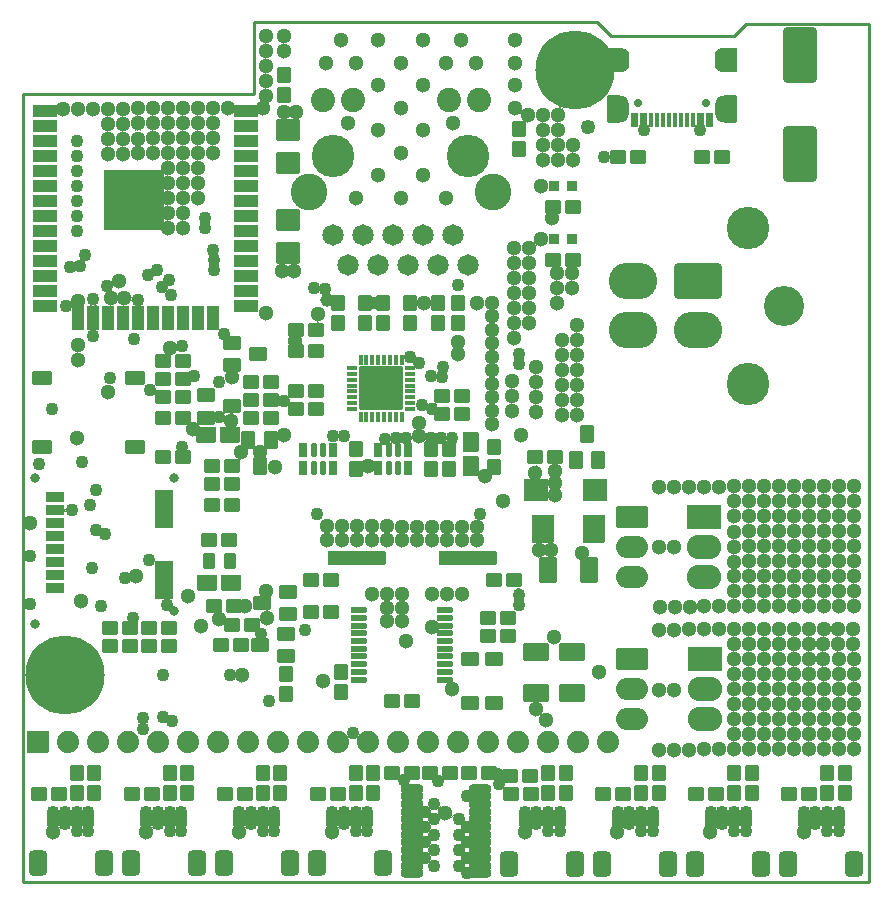
<source format=gbr>
%TF.GenerationSoftware,KiCad,Pcbnew,(6.0.8)*%
%TF.CreationDate,2023-03-02T15:21:56+03:00*%
%TF.ProjectId,ESP32-DEVKIT-L,45535033-322d-4444-9556-4b49542d4c2e,1*%
%TF.SameCoordinates,PX4260300PY8558f68*%
%TF.FileFunction,Soldermask,Top*%
%TF.FilePolarity,Negative*%
%FSLAX46Y46*%
G04 Gerber Fmt 4.6, Leading zero omitted, Abs format (unit mm)*
G04 Created by KiCad (PCBNEW (6.0.8)) date 2023-03-02 15:21:56*
%MOMM*%
%LPD*%
G01*
G04 APERTURE LIST*
G04 Aperture macros list*
%AMRoundRect*
0 Rectangle with rounded corners*
0 $1 Rounding radius*
0 $2 $3 $4 $5 $6 $7 $8 $9 X,Y pos of 4 corners*
0 Add a 4 corners polygon primitive as box body*
4,1,4,$2,$3,$4,$5,$6,$7,$8,$9,$2,$3,0*
0 Add four circle primitives for the rounded corners*
1,1,$1+$1,$2,$3*
1,1,$1+$1,$4,$5*
1,1,$1+$1,$6,$7*
1,1,$1+$1,$8,$9*
0 Add four rect primitives between the rounded corners*
20,1,$1+$1,$2,$3,$4,$5,0*
20,1,$1+$1,$4,$5,$6,$7,0*
20,1,$1+$1,$6,$7,$8,$9,0*
20,1,$1+$1,$8,$9,$2,$3,0*%
G04 Aperture macros list end*
%TA.AperFunction,Profile*%
%ADD10C,0.254000*%
%TD*%
%ADD11C,1.600000*%
%ADD12C,6.700000*%
%ADD13RoundRect,0.101600X0.499110X-0.549910X0.499110X0.549910X-0.499110X0.549910X-0.499110X-0.549910X0*%
%ADD14RoundRect,0.101600X-0.398780X-0.599440X0.398780X-0.599440X0.398780X0.599440X-0.398780X0.599440X0*%
%ADD15RoundRect,0.101600X-0.499110X0.549910X-0.499110X-0.549910X0.499110X-0.549910X0.499110X0.549910X0*%
%ADD16RoundRect,0.101600X0.549910X0.499110X-0.549910X0.499110X-0.549910X-0.499110X0.549910X-0.499110X0*%
%ADD17RoundRect,0.050800X0.635000X-0.762000X0.635000X0.762000X-0.635000X0.762000X-0.635000X-0.762000X0*%
%ADD18RoundRect,0.050800X0.762000X0.635000X-0.762000X0.635000X-0.762000X-0.635000X0.762000X-0.635000X0*%
%ADD19RoundRect,0.050800X-0.400000X-0.400000X0.400000X-0.400000X0.400000X0.400000X-0.400000X0.400000X0*%
%ADD20RoundRect,0.101600X-0.549910X-0.499110X0.549910X-0.499110X0.549910X0.499110X-0.549910X0.499110X0*%
%ADD21RoundRect,0.050800X-0.317500X-0.508000X0.317500X-0.508000X0.317500X0.508000X-0.317500X0.508000X0*%
%ADD22RoundRect,0.050800X-0.190500X-0.508000X0.190500X-0.508000X0.190500X0.508000X-0.190500X0.508000X0*%
%ADD23RoundRect,0.050800X0.317500X0.508000X-0.317500X0.508000X-0.317500X-0.508000X0.317500X-0.508000X0*%
%ADD24RoundRect,0.050800X0.190500X0.508000X-0.190500X0.508000X-0.190500X-0.508000X0.190500X-0.508000X0*%
%ADD25RoundRect,0.050800X-1.000000X-0.450000X1.000000X-0.450000X1.000000X0.450000X-1.000000X0.450000X0*%
%ADD26RoundRect,0.050800X-0.450000X-1.000000X0.450000X-1.000000X0.450000X1.000000X-0.450000X1.000000X0*%
%ADD27RoundRect,0.050800X-2.500000X-2.500000X2.500000X-2.500000X2.500000X2.500000X-2.500000X2.500000X0*%
%ADD28C,2.101600*%
%ADD29RoundRect,0.200000X-0.200000X0.200000X-0.200000X-0.200000X0.200000X-0.200000X0.200000X0.200000X0*%
%ADD30RoundRect,0.200000X-0.711200X0.711200X-0.711200X-0.711200X0.711200X-0.711200X0.711200X0.711200X0*%
%ADD31RoundRect,0.050800X-1.800000X1.800000X-1.800000X-1.800000X1.800000X-1.800000X1.800000X1.800000X0*%
%ADD32RoundRect,0.050800X-0.125000X0.400000X-0.125000X-0.400000X0.125000X-0.400000X0.125000X0.400000X0*%
%ADD33RoundRect,0.050800X0.400000X0.125000X-0.400000X0.125000X-0.400000X-0.125000X0.400000X-0.125000X0*%
%ADD34RoundRect,0.050800X0.125000X-0.400000X0.125000X0.400000X-0.125000X0.400000X-0.125000X-0.400000X0*%
%ADD35RoundRect,0.050800X-0.400000X-0.125000X0.400000X-0.125000X0.400000X0.125000X-0.400000X0.125000X0*%
%ADD36RoundRect,0.050800X-0.750000X0.400000X-0.750000X-0.400000X0.750000X-0.400000X0.750000X0.400000X0*%
%ADD37C,0.800000*%
%ADD38RoundRect,0.050800X-0.750000X1.550000X-0.750000X-1.550000X0.750000X-1.550000X0.750000X1.550000X0*%
%ADD39RoundRect,0.050800X-0.762000X0.508000X-0.762000X-0.508000X0.762000X-0.508000X0.762000X0.508000X0*%
%ADD40C,3.600000*%
%ADD41C,1.810000*%
%ADD42C,2.050000*%
%ADD43C,3.100000*%
%ADD44RoundRect,0.101600X-0.899160X0.798830X-0.899160X-0.798830X0.899160X-0.798830X0.899160X0.798830X0*%
%ADD45RoundRect,0.101600X0.899160X-0.798830X0.899160X0.798830X-0.899160X0.798830X-0.899160X-0.798830X0*%
%ADD46RoundRect,0.050800X1.000000X0.850000X-1.000000X0.850000X-1.000000X-0.850000X1.000000X-0.850000X0*%
%ADD47RoundRect,0.050800X-0.500000X0.700000X-0.500000X-0.700000X0.500000X-0.700000X0.500000X0.700000X0*%
%ADD48RoundRect,0.050800X-2.413000X-0.550000X2.413000X-0.550000X2.413000X0.550000X-2.413000X0.550000X0*%
%ADD49RoundRect,0.050800X-0.700000X-0.500000X0.700000X-0.500000X0.700000X0.500000X-0.700000X0.500000X0*%
%ADD50RoundRect,0.050800X0.635000X-0.162500X0.635000X0.162500X-0.635000X0.162500X-0.635000X-0.162500X0*%
%ADD51RoundRect,0.050800X-0.889000X-0.889000X0.889000X-0.889000X0.889000X0.889000X-0.889000X0.889000X0*%
%ADD52C,1.879600*%
%ADD53RoundRect,0.050800X0.889000X1.143000X-0.889000X1.143000X-0.889000X-1.143000X0.889000X-1.143000X0*%
%ADD54RoundRect,0.050800X0.500000X-0.700000X0.500000X0.700000X-0.500000X0.700000X-0.500000X-0.700000X0*%
%ADD55RoundRect,0.050800X-0.762000X-0.635000X0.762000X-0.635000X0.762000X0.635000X-0.762000X0.635000X0*%
%ADD56RoundRect,0.050800X0.700000X0.500000X-0.700000X0.500000X-0.700000X-0.500000X0.700000X-0.500000X0*%
%ADD57RoundRect,0.050800X-0.700000X0.500000X-0.700000X-0.500000X0.700000X-0.500000X0.700000X0.500000X0*%
%ADD58RoundRect,0.050800X0.700000X-0.500000X0.700000X0.500000X-0.700000X0.500000X-0.700000X-0.500000X0*%
%ADD59C,1.254000*%
%ADD60RoundRect,0.350000X-0.150000X-0.625000X0.150000X-0.625000X0.150000X0.625000X-0.150000X0.625000X0*%
%ADD61RoundRect,0.450000X-0.350000X-0.650000X0.350000X-0.650000X0.350000X0.650000X-0.350000X0.650000X0*%
%ADD62RoundRect,0.101600X0.635000X1.029970X-0.635000X1.029970X-0.635000X-1.029970X0.635000X-1.029970X0*%
%ADD63RoundRect,0.200000X-1.150000X0.750000X-1.150000X-0.750000X1.150000X-0.750000X1.150000X0.750000X0*%
%ADD64O,2.700000X1.900000*%
%ADD65RoundRect,0.200000X-1.250000X0.850000X-1.250000X-0.850000X1.250000X-0.850000X1.250000X0.850000X0*%
%ADD66O,2.900000X2.100000*%
%ADD67C,3.400000*%
%ADD68RoundRect,0.450001X-1.599999X1.099999X-1.599999X-1.099999X1.599999X-1.099999X1.599999X1.099999X0*%
%ADD69O,4.100000X3.100000*%
%ADD70RoundRect,0.300000X-0.637500X-0.100000X0.637500X-0.100000X0.637500X0.100000X-0.637500X0.100000X0*%
%ADD71C,0.701600*%
%ADD72RoundRect,0.050800X0.550000X1.000000X-0.550000X1.000000X-0.550000X-1.000000X0.550000X-1.000000X0*%
%ADD73O,1.301600X2.301600*%
%ADD74RoundRect,0.050800X0.550000X1.100000X-0.550000X1.100000X-0.550000X-1.100000X0.550000X-1.100000X0*%
%ADD75O,1.401600X2.101600*%
%ADD76RoundRect,0.050800X0.150000X0.575000X-0.150000X0.575000X-0.150000X-0.575000X0.150000X-0.575000X0*%
%ADD77RoundRect,0.050800X0.125000X0.575000X-0.125000X0.575000X-0.125000X-0.575000X0.125000X-0.575000X0*%
%ADD78C,1.101600*%
%ADD79RoundRect,0.101600X1.029970X-0.635000X1.029970X0.635000X-1.029970X0.635000X-1.029970X-0.635000X0*%
%ADD80RoundRect,0.450000X1.000000X-1.950000X1.000000X1.950000X-1.000000X1.950000X-1.000000X-1.950000X0*%
%ADD81C,1.300000*%
%ADD82C,1.100000*%
%ADD83C,1.150000*%
G04 APERTURE END LIST*
D10*
X48650000Y72773492D02*
X49770000Y71659000D01*
X48650000Y72773492D02*
X19554000Y72769000D01*
X-4000Y66673000D02*
X0Y0D01*
X61200000Y72675000D02*
X71675000Y72675000D01*
X19554000Y66673000D02*
X19554000Y72769000D01*
X60184000Y71659000D02*
X61200000Y72675000D01*
X49770000Y71659000D02*
X60184000Y71659000D01*
X71675000Y72675000D02*
X71675000Y0D01*
X-4000Y66673000D02*
X19554000Y66673000D01*
X0Y0D02*
X71675000Y0D01*
X48650000Y72773492D02*
X49770000Y71659000D01*
X48650000Y72773492D02*
X19554000Y72769000D01*
X-4000Y66673000D02*
X0Y0D01*
X61200000Y72675000D02*
X71675000Y72675000D01*
X19554000Y66673000D02*
X19554000Y72769000D01*
X60184000Y71659000D02*
X61200000Y72675000D01*
X49770000Y71659000D02*
X60184000Y71659000D01*
X71675000Y72675000D02*
X71675000Y0D01*
X-4000Y66673000D02*
X19554000Y66673000D01*
X0Y0D02*
X71675000Y0D01*
D11*
X5203000Y19175000D03*
X1901000Y15746000D03*
X5203000Y15873000D03*
X3552000Y15111000D03*
X1139000Y17524000D03*
X3552000Y19937000D03*
X5965000Y17524000D03*
X1901000Y19175000D03*
D12*
X3552000Y17524000D03*
D13*
X36064000Y34963640D03*
X36064000Y36660360D03*
X34540000Y34963640D03*
X34540000Y36660360D03*
D14*
X15733840Y27176000D03*
X17532160Y27176000D03*
D15*
X36826000Y48979360D03*
X36826000Y47282640D03*
X39874000Y36787360D03*
X39874000Y35090640D03*
X28190000Y36660360D03*
X28190000Y34963640D03*
X35175000Y48979360D03*
X35175000Y47282640D03*
D16*
X24847360Y44956000D03*
X23150640Y44956000D03*
X24847360Y40003000D03*
X23150640Y40003000D03*
X24847360Y41527000D03*
X23150640Y41527000D03*
X37166360Y41146000D03*
X35469640Y41146000D03*
D17*
X37969000Y35177000D03*
X37969000Y37209000D03*
D18*
X17649000Y25271000D03*
X15617000Y25271000D03*
D19*
X46461500Y54455000D03*
X44937500Y54455000D03*
D20*
X11847640Y44067000D03*
X13544360Y44067000D03*
D13*
X22094000Y66586640D03*
X22094000Y68283360D03*
D15*
X42033000Y63711360D03*
X42033000Y62014640D03*
X28952000Y48979360D03*
X28952000Y47282640D03*
X26666000Y48979360D03*
X26666000Y47282640D03*
X32762000Y48979360D03*
X32762000Y47282640D03*
X30476000Y48979360D03*
X30476000Y47282640D03*
D20*
X31278640Y15301500D03*
X32975360Y15301500D03*
X35469640Y39625000D03*
X37166360Y39625000D03*
D16*
X24847360Y46734000D03*
X23150640Y46734000D03*
D20*
X39406640Y20826000D03*
X41103360Y20826000D03*
D16*
X26117360Y22858000D03*
X24420640Y22858000D03*
D21*
X23745000Y35050000D03*
X23745000Y36574000D03*
D22*
X24634000Y35050000D03*
X24634000Y36574000D03*
X25396000Y35050000D03*
X25396000Y36574000D03*
D21*
X26285000Y35050000D03*
X26285000Y36574000D03*
D23*
X32635000Y36574000D03*
X32635000Y35050000D03*
D24*
X31746000Y36574000D03*
X31746000Y35050000D03*
X30984000Y36574000D03*
X30984000Y35050000D03*
D23*
X30095000Y36574000D03*
X30095000Y35050000D03*
D25*
X1910000Y65252000D03*
X1910000Y63982000D03*
X1910000Y62712000D03*
X1910000Y61442000D03*
X1910000Y60172000D03*
X1910000Y58902000D03*
X1910000Y57632000D03*
X1910000Y56362000D03*
X1910000Y55092000D03*
X1910000Y53822000D03*
X1910000Y52552000D03*
X1910000Y51282000D03*
X1910000Y50012000D03*
X1910000Y48742000D03*
D26*
X4710000Y47742000D03*
X5980000Y47742000D03*
X7250000Y47742000D03*
X8520000Y47742000D03*
X9790000Y47742000D03*
X11060000Y47742000D03*
X12330000Y47742000D03*
X13600000Y47742000D03*
X14870000Y47742000D03*
X16140000Y47742000D03*
D25*
X18910000Y48742000D03*
X18910000Y50012000D03*
X18910000Y51282000D03*
X18910000Y52552000D03*
X18910000Y53822000D03*
X18910000Y55092000D03*
X18910000Y56362000D03*
X18910000Y57632000D03*
X18910000Y58902000D03*
X18910000Y60172000D03*
X18910000Y61442000D03*
X18910000Y62712000D03*
X18910000Y63982000D03*
X18910000Y65252000D03*
D27*
X9410000Y57742000D03*
D28*
X9410000Y57742000D03*
D29*
X29849000Y40481000D03*
X29049000Y42281000D03*
D30*
X30349000Y41781000D03*
D29*
X30849000Y40481000D03*
X29049000Y41281000D03*
X31649000Y41281000D03*
D31*
X30349000Y41781000D03*
D29*
X29849000Y43081000D03*
X30849000Y43081000D03*
X31649000Y42281000D03*
D32*
X28599000Y44231000D03*
X29099000Y44231000D03*
X29599000Y44231000D03*
X30099000Y44231000D03*
X30599000Y44231000D03*
X31099000Y44231000D03*
X31599000Y44231000D03*
X32099000Y44231000D03*
D33*
X32799000Y43531000D03*
X32799000Y43031000D03*
X32799000Y42531000D03*
X32799000Y42031000D03*
X32799000Y41531000D03*
X32799000Y41031000D03*
X32799000Y40531000D03*
X32799000Y40031000D03*
D34*
X32099000Y39331000D03*
X31599000Y39331000D03*
X31099000Y39331000D03*
X30599000Y39331000D03*
X30099000Y39331000D03*
X29599000Y39331000D03*
X29099000Y39331000D03*
X28599000Y39331000D03*
D35*
X27899000Y40031000D03*
X27899000Y40531000D03*
X27899000Y41031000D03*
X27899000Y41531000D03*
X27899000Y42031000D03*
X27899000Y42531000D03*
X27899000Y43031000D03*
X27899000Y43531000D03*
D36*
X2727000Y24850000D03*
X2727000Y25950000D03*
X2727000Y27050000D03*
X2727000Y28150000D03*
X2727000Y29250000D03*
X2727000Y30350000D03*
X2727000Y31450000D03*
X2727000Y32550000D03*
D37*
X1007000Y21880000D03*
X12807000Y22970000D03*
X12807000Y34240000D03*
X1007000Y34240000D03*
D38*
X11977000Y31610000D03*
X11977000Y25550000D03*
D16*
X17481360Y28954000D03*
X15784640Y28954000D03*
D39*
X9521000Y42670000D03*
X1647000Y42670000D03*
X9521000Y36828000D03*
X1647000Y36828000D03*
D40*
X26285000Y61466000D03*
X37715000Y61466000D03*
D41*
X36455000Y54766000D03*
X35185000Y52226000D03*
X33915000Y54766000D03*
X32645000Y52226000D03*
X31375000Y54766000D03*
X30105000Y52226000D03*
X28835000Y54766000D03*
X27565000Y52226000D03*
D42*
X27930000Y66214500D03*
X38610000Y66214500D03*
D43*
X39800000Y58416000D03*
X24200000Y58416000D03*
D42*
X25390000Y66214500D03*
X36070000Y66214500D03*
D44*
X22475000Y56007540D03*
X22475000Y53208460D03*
D45*
X22475000Y60828460D03*
X22475000Y63627540D03*
D16*
X46547860Y52677000D03*
X44851140Y52677000D03*
X26117360Y25525000D03*
X24420640Y25525000D03*
D20*
X39914640Y25525000D03*
X41611360Y25525000D03*
D15*
X26950000Y17798360D03*
X26950000Y16101640D03*
D20*
X39406640Y22350000D03*
X41103360Y22350000D03*
D46*
X48470000Y33145000D03*
X43470000Y33145000D03*
D47*
X46798040Y35720560D03*
X48700500Y35720560D03*
X47745460Y37930360D03*
D48*
X28317000Y27430000D03*
X37715000Y27430000D03*
D49*
X22439440Y22670040D03*
X22439440Y24572500D03*
X20229640Y23617460D03*
D16*
X45040360Y35939000D03*
X43343640Y35939000D03*
D13*
X22310000Y15883280D03*
X22310000Y17580000D03*
D16*
X13544360Y42543000D03*
X11847640Y42543000D03*
D20*
X11847640Y41019000D03*
X13544360Y41019000D03*
D50*
X35746500Y17139000D03*
X35746500Y17789000D03*
X35746500Y18439000D03*
X35746500Y19089000D03*
X35746500Y19739000D03*
X35746500Y20389000D03*
X35746500Y21039000D03*
X35746500Y21689000D03*
X35746500Y22339000D03*
X35746500Y22989000D03*
X28507500Y22989000D03*
X28507500Y22339000D03*
X28507500Y21689000D03*
X28507500Y21039000D03*
X28507500Y20389000D03*
X28507500Y19739000D03*
X28507500Y19089000D03*
X28507500Y18439000D03*
X28507500Y17789000D03*
X28507500Y17139000D03*
D11*
X45081000Y70356000D03*
X45081000Y66927000D03*
X49145000Y68705000D03*
X48383000Y70356000D03*
X44319000Y68705000D03*
X48383000Y67054000D03*
X46732000Y71118000D03*
D12*
X46732000Y68705000D03*
D11*
X46732000Y66292000D03*
D51*
X1266000Y11809000D03*
D52*
X3806000Y11809000D03*
X6346000Y11809000D03*
X8886000Y11809000D03*
X11426000Y11809000D03*
X13966000Y11809000D03*
X16506000Y11809000D03*
X19046000Y11809000D03*
X21586000Y11809000D03*
X24126000Y11809000D03*
X26666000Y11809000D03*
X29206000Y11809000D03*
X31746000Y11809000D03*
X34286000Y11809000D03*
X36826000Y11809000D03*
X39366000Y11809000D03*
X41906000Y11809000D03*
X44446000Y11809000D03*
X46986000Y11809000D03*
X49526000Y11809000D03*
D19*
X46461500Y58900000D03*
X44937500Y58900000D03*
D20*
X44851140Y57122000D03*
X46547860Y57122000D03*
D16*
X12348360Y19940000D03*
X10651640Y19940000D03*
X17735360Y35177000D03*
X16038640Y35177000D03*
D53*
X48401000Y29843000D03*
X44047000Y29843000D03*
D54*
X21011960Y37427440D03*
X19109500Y37427440D03*
X20064540Y35217640D03*
D16*
X21037360Y42289000D03*
X19340640Y42289000D03*
D55*
X15490000Y37844000D03*
X17522000Y37844000D03*
D20*
X19340639Y39241000D03*
X21037359Y39241000D03*
D56*
X17684560Y45651960D03*
X17684560Y43749500D03*
X19894360Y44704540D03*
D20*
X19340639Y40765000D03*
X21037359Y40765000D03*
D16*
X9099360Y21461000D03*
X7402640Y21461000D03*
X17735360Y33653000D03*
X16038640Y33653000D03*
D57*
X15533000Y41207000D03*
X15533000Y39307000D03*
X17733000Y40257000D03*
D58*
X37842000Y15116000D03*
X37842000Y18916000D03*
D57*
X39874000Y18916000D03*
X39874000Y15116000D03*
D59*
X47825000Y63950000D03*
D20*
X16038640Y31875000D03*
X17735360Y31875000D03*
D16*
X12348360Y21464000D03*
X10651640Y21464000D03*
X9099360Y19937000D03*
X7402640Y19937000D03*
X19386360Y21715000D03*
X17689640Y21715000D03*
X17862360Y23366000D03*
X16165640Y23366000D03*
D49*
X22312440Y19114040D03*
X22312440Y21016500D03*
X20102640Y20061460D03*
D16*
X18497360Y20064000D03*
X16800640Y20064000D03*
X13544360Y39241000D03*
X11847640Y39241000D03*
X13544360Y35939000D03*
X11847640Y35939000D03*
D15*
X28170000Y9235081D03*
X28170000Y7538361D03*
D16*
X39473360Y9219180D03*
X37776640Y9219180D03*
D20*
X17091640Y7480000D03*
X18788360Y7480000D03*
D60*
X10430000Y5440000D03*
X11430000Y5440000D03*
X12430000Y5440000D03*
X13430000Y5440000D03*
D61*
X14730000Y1565000D03*
X9130000Y1565000D03*
D20*
X64903200Y7475000D03*
X66599920Y7475000D03*
D62*
X47977600Y26400000D03*
X44472400Y26400000D03*
D15*
X4560000Y9236720D03*
X4560000Y7540000D03*
D60*
X2560000Y5440000D03*
X3560000Y5440000D03*
X4560000Y5440000D03*
X5560000Y5440000D03*
D61*
X1260000Y1565000D03*
X6860000Y1565000D03*
D41*
X26300000Y54775000D03*
D63*
X51610000Y30925000D03*
D64*
X51610000Y28385000D03*
X51610000Y25845000D03*
D20*
X1361640Y7480000D03*
X3058360Y7480000D03*
D60*
X50360000Y5434115D03*
X51360000Y5434115D03*
X52360000Y5434115D03*
X53360000Y5434115D03*
D61*
X54660000Y1559115D03*
X49060000Y1559115D03*
D60*
X58230000Y5435112D03*
X59230000Y5435112D03*
X60230000Y5435112D03*
X61230000Y5435112D03*
D61*
X56930000Y1560112D03*
X62530000Y1560112D03*
D15*
X21775000Y9236009D03*
X21775000Y7539289D03*
D60*
X26170000Y5436721D03*
X27170000Y5436721D03*
X28170000Y5436721D03*
X29170000Y5436721D03*
D61*
X30470000Y1561721D03*
X24870000Y1561721D03*
D15*
X53835000Y9232475D03*
X53835000Y7535755D03*
D63*
X51610000Y18850000D03*
D64*
X51610000Y16310000D03*
X51610000Y13770000D03*
D20*
X50401640Y61350000D03*
X52098360Y61350000D03*
X57032480Y7475112D03*
X58729200Y7475112D03*
D65*
X57725000Y18875000D03*
D66*
X57725000Y16335000D03*
X57725000Y13795000D03*
D15*
X52360000Y9229195D03*
X52360000Y7532475D03*
X60230000Y9233472D03*
X60230000Y7536752D03*
D65*
X57717500Y30935000D03*
D66*
X57717500Y28395000D03*
X57717500Y25855000D03*
D15*
X6035000Y9238360D03*
X6035000Y7541640D03*
D16*
X36193360Y9220000D03*
X34496640Y9220000D03*
D15*
X29645000Y9235081D03*
X29645000Y7538361D03*
D20*
X49160800Y7474115D03*
X50857520Y7474115D03*
D60*
X42490000Y5433893D03*
X43490000Y5433893D03*
X44490000Y5433893D03*
X45490000Y5433893D03*
D61*
X46790000Y1558893D03*
X41190000Y1558893D03*
D15*
X68100720Y9236640D03*
X68100720Y7539920D03*
D67*
X64465000Y48800000D03*
D68*
X57165000Y50900000D03*
D69*
X57165000Y46700000D03*
X51665000Y50900000D03*
X51665000Y46700000D03*
D20*
X57476640Y61350000D03*
X59173360Y61350000D03*
D70*
X32987500Y7890000D03*
X32987500Y7240000D03*
X32987500Y6590000D03*
X32987500Y5940000D03*
X32987500Y5290000D03*
X32987500Y4640000D03*
X32987500Y3990000D03*
X32987500Y3340000D03*
X32987500Y2690000D03*
X32987500Y2040000D03*
X32987500Y1390000D03*
X32987500Y740000D03*
X38712500Y740000D03*
X38712500Y1390000D03*
X38712500Y2040000D03*
X38712500Y2690000D03*
X38712500Y3340000D03*
X38712500Y3990000D03*
X38712500Y4640000D03*
X38712500Y5290000D03*
X38712500Y5940000D03*
X38712500Y6590000D03*
X38712500Y7240000D03*
X38712500Y7890000D03*
D20*
X9231640Y7480000D03*
X10928360Y7480000D03*
D15*
X13905000Y9238360D03*
X13905000Y7541640D03*
D16*
X42948360Y8980000D03*
X41251640Y8980000D03*
D15*
X45965000Y9232253D03*
X45965000Y7535533D03*
X20300000Y9236009D03*
X20300000Y7539289D03*
D20*
X24972480Y7476721D03*
X26669200Y7476721D03*
D60*
X66110000Y5435000D03*
X67110000Y5435000D03*
X68110000Y5435000D03*
X69110000Y5435000D03*
D61*
X70410000Y1560000D03*
X64810000Y1560000D03*
D20*
X42989200Y7473893D03*
X41292480Y7473893D03*
D71*
X57865000Y65920000D03*
X52085000Y65920000D03*
D72*
X50047400Y69600000D03*
D73*
X59295000Y65420000D03*
D74*
X59902600Y65420000D03*
D75*
X59295000Y69600000D03*
D73*
X50655000Y65420000D03*
D72*
X59902600Y69600000D03*
D75*
X50655000Y69600000D03*
D74*
X50047400Y65420000D03*
D76*
X58300000Y64518000D03*
X57500000Y64518000D03*
D77*
X56225000Y64518000D03*
X55225000Y64518000D03*
X54725000Y64518000D03*
X53725000Y64518000D03*
D76*
X52450000Y64518000D03*
X51650000Y64518000D03*
X51900000Y64518000D03*
X52700000Y64518000D03*
D77*
X53225000Y64518000D03*
X54225000Y64518000D03*
X55725000Y64518000D03*
X56725000Y64518000D03*
D76*
X57250000Y64518000D03*
X58050000Y64518000D03*
D15*
X69575720Y9233360D03*
X69575720Y7536640D03*
D78*
X49225000Y61350000D03*
D15*
X12430000Y9236720D03*
X12430000Y7540000D03*
D79*
X46475000Y15975000D03*
X46475000Y19480200D03*
D41*
X37715000Y52225000D03*
D20*
X31221640Y9220000D03*
X32918360Y9220000D03*
D15*
X61705000Y9233472D03*
X61705000Y7536752D03*
X44490000Y9230613D03*
X44490000Y7533893D03*
D60*
X18300000Y5437649D03*
X19300000Y5437649D03*
X20300000Y5437649D03*
X21300000Y5437649D03*
D61*
X22600000Y1562649D03*
X17000000Y1562649D03*
D80*
X65810000Y61620000D03*
X65810000Y70020000D03*
D40*
X61365000Y42200000D03*
X61365000Y55400000D03*
D68*
X57165000Y50900000D03*
D69*
X57165000Y46700000D03*
X51665000Y50900000D03*
X51665000Y46700000D03*
D79*
X43425000Y15975000D03*
X43425000Y19480200D03*
D81*
X14380071Y38372992D03*
X32130000Y24381000D03*
X33400000Y28948000D03*
X32130000Y30091000D03*
X33400000Y30091000D03*
X34670000Y28948000D03*
X32130000Y28948000D03*
X34670000Y30091000D03*
X34670000Y24378000D03*
X32130000Y23235000D03*
X38480000Y28945000D03*
X38480000Y30088000D03*
X32130000Y22088000D03*
X35940000Y28945000D03*
X35940000Y30088000D03*
X37210000Y30088000D03*
X37210000Y28945000D03*
X20570000Y66548000D03*
X35940000Y24378000D03*
X3400000Y65468000D03*
X4680000Y65478000D03*
X30860000Y22088000D03*
X30860000Y23235000D03*
X29590000Y24378000D03*
X20570000Y67818000D03*
X30860000Y24382000D03*
X46920000Y39553000D03*
X13585000Y56623000D03*
X9765000Y61698000D03*
X46470000Y50273000D03*
X41620000Y46033000D03*
X13575000Y62968000D03*
X14845000Y62973000D03*
X20323700Y65490519D03*
X45650000Y45898000D03*
X46920000Y45898000D03*
X30857000Y28952000D03*
X43459261Y42348000D03*
X45650000Y40823000D03*
X7230000Y64213000D03*
D82*
X36318004Y37588000D03*
D81*
X45200000Y50273000D03*
X22094000Y65147000D03*
X7230000Y62943000D03*
X16115000Y64248000D03*
X22094000Y70354000D03*
X41625000Y49838000D03*
X46920000Y43358000D03*
X4695000Y44192000D03*
X41450000Y42443000D03*
X12325000Y59163000D03*
X33524000Y38858000D03*
X29206000Y35175000D03*
X20570000Y48129000D03*
X7230000Y61673000D03*
X41625000Y47298000D03*
X46920000Y42088000D03*
X28317000Y28952000D03*
X8500000Y61673000D03*
X45650000Y39553000D03*
X39747000Y45589000D03*
X44940000Y20738000D03*
X45200000Y51523000D03*
X43475000Y39823000D03*
X21967000Y51685000D03*
X14845000Y64248000D03*
X14855000Y57893000D03*
X16125000Y61703000D03*
X44812500Y56173000D03*
X41625000Y51108000D03*
X41450000Y39903000D03*
X12325000Y55353000D03*
X43475000Y43573000D03*
X42895000Y53643000D03*
X41625000Y48568000D03*
X45195000Y49008000D03*
D82*
X32761988Y44446000D03*
D81*
X12305000Y64238000D03*
X12315000Y60433000D03*
X22094000Y71624000D03*
D82*
X33524000Y43938000D03*
D81*
X11035000Y64238000D03*
X23110000Y65147000D03*
X7489000Y49399000D03*
X12325000Y57893000D03*
X42895000Y49838000D03*
X46920000Y44628000D03*
X23070479Y45803479D03*
X46470000Y51523000D03*
X17385000Y65498000D03*
X16115000Y62973000D03*
X41625000Y52373000D03*
X22957600Y51685000D03*
D82*
X631000Y23491000D03*
D81*
X34635525Y21610100D03*
X8500000Y65483000D03*
X43684000Y28063000D03*
X42895000Y47298000D03*
X13585000Y60433000D03*
X9765000Y64238000D03*
X14855000Y59163000D03*
X46920000Y40823000D03*
X11035000Y61698000D03*
X9765000Y65508000D03*
X13585000Y57893000D03*
X11035000Y65508000D03*
X8568500Y49399561D03*
X39154589Y34343411D03*
D82*
X631000Y27555000D03*
D81*
X25015000Y48065500D03*
X11035000Y62968000D03*
X4905900Y23813898D03*
X44700000Y28063000D03*
X14845000Y65498000D03*
X13575000Y65508000D03*
X41625000Y53643000D03*
X13585000Y55353000D03*
X46925000Y47163000D03*
X36826000Y45716000D03*
X14855000Y60433000D03*
X45650000Y42088000D03*
X4695000Y45462000D03*
X33524000Y37715000D03*
X41450000Y41173000D03*
X36826000Y44700000D03*
X39747000Y43303000D03*
X12305000Y65508000D03*
X16115000Y65498000D03*
X8500000Y64213000D03*
X22147260Y37868000D03*
X12305000Y62968000D03*
X13585000Y59163000D03*
X39747000Y44446000D03*
X4695000Y49145000D03*
X45650000Y43358000D03*
X42895000Y51108000D03*
X14855000Y61718000D03*
X4568000Y37587848D03*
X45650000Y44628000D03*
X13575000Y64238000D03*
X7230000Y65483000D03*
X12305000Y61698000D03*
X42895000Y52373000D03*
X43352843Y34630393D03*
X43459261Y41078000D03*
X44065000Y63623000D03*
X41652000Y71243000D03*
X45335000Y62353000D03*
X39747000Y38731000D03*
X27047000Y30095000D03*
X20570000Y71624000D03*
X5960000Y65483000D03*
X46605000Y61083000D03*
X39747000Y46732000D03*
X44065000Y62353000D03*
X41652000Y65528000D03*
X9770000Y62943000D03*
X8500000Y62943000D03*
X25777000Y28952000D03*
X39747000Y39874000D03*
X44050000Y61098000D03*
X28317000Y30095000D03*
X27047000Y28952000D03*
X39747000Y41017000D03*
X25777000Y30095000D03*
X30857000Y30095000D03*
X39747000Y42160000D03*
X13585000Y61718000D03*
X39747000Y47875000D03*
X46605000Y62353000D03*
X20570000Y69084000D03*
X44065000Y64893000D03*
X45335000Y64893000D03*
X45335000Y61083000D03*
X41652000Y67433000D03*
D82*
X34540000Y37588000D03*
D81*
X42895000Y48568000D03*
X29587000Y28952000D03*
X29587000Y30095000D03*
X42795000Y64893000D03*
X45335000Y63623000D03*
X12325000Y56623000D03*
X41652000Y69338000D03*
X39747000Y49018000D03*
X644186Y30348000D03*
D82*
X35429000Y37588000D03*
D81*
X37207000Y24380000D03*
X20570000Y70354000D03*
X14015299Y24177800D03*
X55150000Y28385000D03*
X61490000Y30950000D03*
X60185000Y18845000D03*
X67805000Y17590000D03*
X65290000Y12515000D03*
X69090000Y11235000D03*
X69080000Y32220000D03*
X60205000Y16295000D03*
X63985000Y20130000D03*
X62760000Y12505000D03*
X65280000Y33500000D03*
X55185000Y23310000D03*
X60205000Y17565000D03*
X64005000Y15040000D03*
X64030000Y12505000D03*
X61455000Y21390000D03*
X53915000Y23310000D03*
X67830000Y29690000D03*
X57655000Y21375000D03*
X61490000Y29680000D03*
X69090000Y29680000D03*
X61480000Y32220000D03*
X56400000Y21375000D03*
X69090000Y12505000D03*
X61490000Y13775000D03*
X56430000Y11210000D03*
X64030000Y13775000D03*
X62760000Y13775000D03*
D82*
X40174428Y9133880D03*
D81*
X70355000Y33490000D03*
X69115000Y23335000D03*
X61490000Y12505000D03*
X56425000Y33475000D03*
X69090000Y28410000D03*
X66535000Y17590000D03*
X65290000Y13785000D03*
X69055000Y21390000D03*
X17680000Y42740000D03*
X67825000Y33510000D03*
X62735000Y16310000D03*
X67855000Y24615000D03*
X21366779Y35096779D03*
X64005000Y16310000D03*
X70360000Y30950000D03*
X61465000Y16310000D03*
X65265000Y17590000D03*
X58220000Y4230000D03*
X62755000Y32220000D03*
X12461090Y45243100D03*
X61515000Y25875000D03*
X61455000Y20120000D03*
X65315000Y23345000D03*
X70360000Y28410000D03*
X60230000Y11220000D03*
X58955000Y33475000D03*
X60230000Y28395000D03*
X64000000Y21400000D03*
X69055000Y20120000D03*
X65265000Y18860000D03*
X66560000Y30960000D03*
X70385000Y24605000D03*
X70355000Y32220000D03*
X60230000Y27125000D03*
X62755000Y33490000D03*
X64055000Y24605000D03*
X61515000Y24605000D03*
X67810000Y30970000D03*
X64030000Y28410000D03*
X64030000Y29680000D03*
X67810000Y32240000D03*
X16603499Y22239588D03*
X60210000Y30945000D03*
X10420000Y4215669D03*
X67830000Y11245000D03*
X66530000Y21400000D03*
X70330000Y21390000D03*
X70330000Y20120000D03*
X2560000Y4220000D03*
X67855000Y23345000D03*
X63985000Y18860000D03*
X55160000Y11210000D03*
X70335000Y16310000D03*
X15064589Y21704589D03*
X53890000Y11210000D03*
X57680000Y33475000D03*
X61515000Y23335000D03*
X42489227Y4220000D03*
X57690000Y11220000D03*
X69065000Y18850000D03*
X66560000Y12515000D03*
X66560000Y13785000D03*
X67785000Y18870000D03*
X65255000Y21400000D03*
X61490000Y27140000D03*
X64030000Y27140000D03*
X62785000Y24605000D03*
X64025000Y33500000D03*
X69080000Y33490000D03*
X69090000Y27140000D03*
X20580000Y24670000D03*
X57715000Y23320000D03*
X66535000Y16320000D03*
X66560000Y15055000D03*
X55135000Y16285000D03*
X61465000Y18850000D03*
X65315000Y24615000D03*
X20653228Y22336328D03*
X61490000Y28410000D03*
X65290000Y29690000D03*
X70360000Y13775000D03*
X56455000Y23310000D03*
X62735000Y17580000D03*
X62785000Y27145000D03*
X70335000Y17580000D03*
X66585000Y25885000D03*
X66555000Y32230000D03*
X64005000Y17580000D03*
X60255000Y25860000D03*
X60205000Y15025000D03*
D82*
X5971100Y49346601D03*
D81*
X62760000Y30950000D03*
X62760000Y28410000D03*
X69090000Y30950000D03*
X62785000Y23335000D03*
X66530000Y20130000D03*
X70360000Y12505000D03*
X25380000Y16970000D03*
X61480000Y33490000D03*
X65255000Y20130000D03*
X69115000Y25875000D03*
X61465000Y15040000D03*
X50340000Y4230000D03*
X65280000Y32230000D03*
X67830000Y12515000D03*
X62785000Y25875000D03*
X70360000Y29680000D03*
X64030000Y11235000D03*
X53880000Y28385000D03*
X60255000Y23320000D03*
X65290000Y11245000D03*
X60225000Y33485000D03*
X62760000Y11235000D03*
X67830000Y27150000D03*
X64010000Y30960000D03*
X70385000Y25875000D03*
X62760000Y15045000D03*
X66560000Y29690000D03*
X64010000Y32230000D03*
X65315000Y25885000D03*
X35774009Y5859842D03*
X65290000Y27150000D03*
X26170000Y4216721D03*
X60230000Y29665000D03*
X62730000Y21390000D03*
X60200000Y21385000D03*
X53880000Y33465000D03*
X67805000Y15050000D03*
X69090000Y13775000D03*
X9609195Y25870474D03*
X62760000Y29680000D03*
X60255000Y24590000D03*
X62730000Y20120000D03*
X67830000Y28420000D03*
X69065000Y15040000D03*
X53855000Y21365000D03*
X58930000Y21375000D03*
X69065000Y16310000D03*
X55130000Y21365000D03*
X70335000Y18850000D03*
X60230000Y13760000D03*
X55155000Y33465000D03*
X7225961Y41504039D03*
X66555000Y33500000D03*
X60230000Y12490000D03*
X65290000Y28420000D03*
X70385000Y23335000D03*
X61465000Y17580000D03*
X66585000Y24615000D03*
X66560000Y11245000D03*
X67830000Y13785000D03*
X67800000Y21410000D03*
X58960000Y11220000D03*
X69115000Y24605000D03*
X58985000Y23320000D03*
X66100000Y4230000D03*
X60185000Y20115000D03*
X66585000Y27155000D03*
X70360000Y11235000D03*
X67855000Y25885000D03*
X61490000Y11235000D03*
X69065000Y17580000D03*
X64055000Y25875000D03*
X66535000Y18860000D03*
X65265000Y16320000D03*
X67785000Y20140000D03*
X70360000Y15045000D03*
X66585000Y23345000D03*
X36336128Y16343872D03*
X67805000Y16320000D03*
X62735000Y18850000D03*
X70385000Y27145000D03*
X18298234Y4212649D03*
X65290000Y30960000D03*
X64055000Y23335000D03*
X60210000Y32215000D03*
X66560000Y28420000D03*
X65265000Y15050000D03*
X53865000Y16285000D03*
X18851351Y23366097D03*
D82*
X14474000Y42797000D03*
D81*
X40690000Y32256000D03*
X8180000Y50860000D03*
X44300000Y13730000D03*
X18590000Y17500000D03*
X18500000Y36440000D03*
X43430000Y14603000D03*
D82*
X20840000Y15280551D03*
X1373596Y35360000D03*
X20208300Y21020000D03*
X4550000Y62736000D03*
X36826000Y50544000D03*
X29714000Y49020000D03*
D81*
X33970000Y49020000D03*
X38477000Y49020000D03*
D83*
X25777000Y49274000D03*
D81*
X42159976Y37844020D03*
D82*
X57375000Y63700000D03*
D81*
X32480000Y20380000D03*
D82*
X52575000Y63700000D03*
X25559530Y50187798D03*
X24666301Y50321179D03*
X4155440Y31450000D03*
X4980000Y35538700D03*
X10783480Y41634700D03*
X12202865Y23472700D03*
X4550000Y57656000D03*
D81*
X45081000Y32764000D03*
X48775000Y17775000D03*
X45081000Y34796000D03*
X45081000Y33780000D03*
D82*
X12548555Y49657751D03*
X37630000Y7240000D03*
X32287950Y8614224D03*
X4550000Y60196000D03*
X10159519Y13895438D03*
X10189840Y12975717D03*
X4550000Y61466000D03*
X4550000Y56386000D03*
X35145630Y8547045D03*
D81*
X20070000Y36360000D03*
X17649000Y38987000D03*
D82*
X16633000Y39367980D03*
X16633000Y42289000D03*
X17554700Y17500000D03*
X11840211Y17500211D03*
X4550000Y58926000D03*
X27948670Y12640081D03*
X7361100Y42670000D03*
X2479143Y40010000D03*
X17000543Y46411091D03*
X23900000Y21314700D03*
X12401455Y50997029D03*
X11847164Y13987300D03*
X10600358Y51399500D03*
X13438190Y45337000D03*
X13440000Y36790000D03*
X6208900Y33188293D03*
X6210000Y29820300D03*
X9793926Y49269812D03*
X11397444Y51785274D03*
X12674333Y13641251D03*
X26284996Y37780500D03*
X4876919Y52140990D03*
X27174000Y37780500D03*
X5240429Y53043317D03*
X30692412Y37537485D03*
X4003187Y52061931D03*
X31566595Y37617220D03*
X16184289Y51771382D03*
X32443985Y37590000D03*
X7133800Y50463101D03*
X5712747Y31897853D03*
X7000251Y29439300D03*
X9394000Y45972000D03*
X10719095Y27241700D03*
X6600000Y23366000D03*
X9336254Y22322491D03*
X3622686Y48766000D03*
X5965000Y46226000D03*
X8620300Y25750000D03*
X5838000Y26540998D03*
X24869536Y31110464D03*
X38714930Y31113000D03*
X4550000Y55100000D03*
D81*
X43912500Y58900000D03*
D82*
X15427114Y55370000D03*
X35561367Y43637483D03*
X16150053Y52648526D03*
X34539439Y42796439D03*
X16116035Y53525679D03*
X35514546Y42711454D03*
X15418726Y56251734D03*
X33758712Y40376700D03*
X11808376Y50349872D03*
X22126611Y40740917D03*
X12430000Y4290000D03*
X34090000Y4640000D03*
X34790000Y3990000D03*
X13430000Y4290000D03*
X34090000Y3340000D03*
X20308234Y4290126D03*
X34790000Y2690000D03*
X21300000Y4290126D03*
X34090000Y2040000D03*
X28170000Y4286721D03*
X29170000Y4286721D03*
X34790000Y1390000D03*
X37600000Y740000D03*
X44490000Y4283893D03*
X36900000Y1390000D03*
X45490000Y4283893D03*
X52360000Y4284115D03*
X37600000Y2040000D03*
X53360000Y4284115D03*
X36900000Y2690000D03*
X37600000Y3340000D03*
X60230000Y4285112D03*
X61230000Y4285112D03*
X36900000Y3990000D03*
D81*
X33905000Y71245000D03*
X30095000Y71245000D03*
X28190000Y69340000D03*
X33905000Y67435000D03*
X33905000Y59815000D03*
X32000000Y69340000D03*
X30095000Y63625000D03*
X30095000Y67435000D03*
X32000000Y61720000D03*
X28190000Y57910000D03*
X35810000Y57910000D03*
X38350000Y69340000D03*
X32000000Y65530000D03*
X25650000Y69340000D03*
X36445000Y64260000D03*
X35810000Y69340000D03*
X32000000Y57910000D03*
X33905000Y63625000D03*
X27555000Y64260000D03*
X30095000Y59815000D03*
X26920000Y71245000D03*
X37080000Y71245000D03*
D82*
X34675000Y40000000D03*
X68110000Y4285000D03*
X37600000Y4640000D03*
X36900000Y5290000D03*
X69110000Y4285000D03*
X40304333Y8266251D03*
X34800000Y6590000D03*
X41993816Y44702000D03*
X41979830Y23432698D03*
X42032439Y43812439D03*
X41981100Y24310000D03*
D81*
X43912500Y54450000D03*
X47367597Y27872897D03*
D82*
X34090000Y5940000D03*
X4560000Y4290000D03*
X34790000Y5290000D03*
X5560000Y4290000D03*
G36*
X42991240Y4810463D02*
G01*
X42991979Y4809183D01*
X43006696Y4708915D01*
X43057063Y4606330D01*
X43137931Y4525604D01*
X43160151Y4514742D01*
X43161268Y4513083D01*
X43160390Y4511286D01*
X43159116Y4510951D01*
X43123523Y4513752D01*
X43095705Y4489993D01*
X43093580Y4451368D01*
X43092486Y4449694D01*
X43090489Y4449803D01*
X43089712Y4450771D01*
X43063473Y4520209D01*
X42975287Y4648522D01*
X42954396Y4667135D01*
X42953768Y4669034D01*
X42953929Y4669506D01*
X42973479Y4709500D01*
X42988021Y4809182D01*
X42989261Y4810751D01*
X42991240Y4810463D01*
G37*
G36*
X26671240Y4813291D02*
G01*
X26671979Y4812011D01*
X26686696Y4711743D01*
X26737063Y4609158D01*
X26817930Y4528432D01*
X26838156Y4518546D01*
X26839273Y4516887D01*
X26838395Y4515090D01*
X26837121Y4514755D01*
X26801622Y4517549D01*
X26773805Y4493790D01*
X26771679Y4455165D01*
X26770585Y4453491D01*
X26768588Y4453601D01*
X26767811Y4454568D01*
X26744246Y4516930D01*
X26656060Y4645243D01*
X26632551Y4666189D01*
X26631923Y4668088D01*
X26632084Y4668560D01*
X26653479Y4712328D01*
X26668021Y4812010D01*
X26669261Y4813579D01*
X26671240Y4813291D01*
G37*
G36*
X66611240Y4811570D02*
G01*
X66611979Y4810290D01*
X66626696Y4710022D01*
X66677063Y4607437D01*
X66757930Y4526711D01*
X66772519Y4519580D01*
X66773636Y4517921D01*
X66772758Y4516124D01*
X66771484Y4515789D01*
X66736257Y4518561D01*
X66708439Y4494802D01*
X66706314Y4456178D01*
X66705220Y4454504D01*
X66703223Y4454613D01*
X66702446Y4455581D01*
X66674246Y4530209D01*
X66586060Y4658522D01*
X66574625Y4668710D01*
X66573997Y4670609D01*
X66574158Y4671081D01*
X66593479Y4710607D01*
X66608021Y4810289D01*
X66609261Y4811858D01*
X66611240Y4811570D01*
G37*
G36*
X58731240Y4811682D02*
G01*
X58731979Y4810402D01*
X58746696Y4710134D01*
X58797063Y4607549D01*
X58877931Y4526823D01*
X58892465Y4519718D01*
X58893582Y4518059D01*
X58892704Y4516262D01*
X58891430Y4515927D01*
X58856205Y4518700D01*
X58828388Y4494941D01*
X58826262Y4456316D01*
X58825168Y4454642D01*
X58823171Y4454752D01*
X58822394Y4455719D01*
X58794246Y4530209D01*
X58706060Y4658522D01*
X58694587Y4668744D01*
X58693959Y4670643D01*
X58694120Y4671115D01*
X58713479Y4710719D01*
X58728021Y4810401D01*
X58729261Y4811970D01*
X58731240Y4811682D01*
G37*
G36*
X18801240Y4814219D02*
G01*
X18801979Y4812939D01*
X18816696Y4712671D01*
X18867063Y4610086D01*
X18947930Y4529360D01*
X18963399Y4521799D01*
X18964516Y4520140D01*
X18963638Y4518343D01*
X18962364Y4518008D01*
X18927095Y4520783D01*
X18899277Y4497024D01*
X18897152Y4458400D01*
X18896058Y4456726D01*
X18894061Y4456835D01*
X18893284Y4457803D01*
X18872480Y4512858D01*
X18784294Y4641171D01*
X18760313Y4662537D01*
X18759685Y4664436D01*
X18759846Y4664908D01*
X18783479Y4713256D01*
X18798021Y4812938D01*
X18799261Y4814507D01*
X18801240Y4814219D01*
G37*
G36*
X3061240Y4816570D02*
G01*
X3061979Y4815290D01*
X3076696Y4715022D01*
X3127063Y4612437D01*
X3207930Y4531711D01*
X3228156Y4521825D01*
X3229273Y4520166D01*
X3228395Y4518369D01*
X3227121Y4518034D01*
X3191622Y4520828D01*
X3163805Y4497069D01*
X3161679Y4458444D01*
X3160585Y4456770D01*
X3158588Y4456880D01*
X3157811Y4457847D01*
X3134246Y4520209D01*
X3046060Y4648522D01*
X3022551Y4669468D01*
X3021923Y4671367D01*
X3022084Y4671839D01*
X3043479Y4715607D01*
X3058021Y4815289D01*
X3059261Y4816858D01*
X3061240Y4816570D01*
G37*
G36*
X50861240Y4810685D02*
G01*
X50861979Y4809405D01*
X50876696Y4709137D01*
X50927063Y4606552D01*
X51007930Y4525826D01*
X51009945Y4524842D01*
X51011062Y4523183D01*
X51010184Y4521386D01*
X51008910Y4521051D01*
X50974287Y4523775D01*
X50946469Y4500016D01*
X50944344Y4461391D01*
X50943250Y4459717D01*
X50941253Y4459826D01*
X50940476Y4460794D01*
X50914246Y4530209D01*
X50826060Y4658522D01*
X50821893Y4662235D01*
X50821265Y4664134D01*
X50821426Y4664606D01*
X50843479Y4709722D01*
X50858021Y4809404D01*
X50859261Y4810973D01*
X50861240Y4810685D01*
G37*
G36*
X10931240Y4816570D02*
G01*
X10931979Y4815290D01*
X10946696Y4715022D01*
X10997063Y4612437D01*
X11077931Y4531711D01*
X11083016Y4529225D01*
X11084133Y4527566D01*
X11083255Y4525769D01*
X11081981Y4525434D01*
X11047212Y4528171D01*
X11019394Y4504412D01*
X11017268Y4465787D01*
X11016174Y4464113D01*
X11014177Y4464223D01*
X11013400Y4465190D01*
X10994246Y4515878D01*
X10906060Y4644191D01*
X10888043Y4660244D01*
X10887415Y4662143D01*
X10887576Y4662615D01*
X10913479Y4715607D01*
X10928021Y4815289D01*
X10929261Y4816858D01*
X10931240Y4816570D01*
G37*
G36*
X36402868Y5691434D02*
G01*
X36403274Y5689918D01*
X36403086Y5688596D01*
X36412298Y5652718D01*
X36443810Y5634082D01*
X36479547Y5643258D01*
X36486566Y5650202D01*
X36488501Y5650709D01*
X36489908Y5649287D01*
X36489560Y5647562D01*
X36425432Y5563990D01*
X36370690Y5431828D01*
X36369150Y5420134D01*
X36367932Y5418547D01*
X36365949Y5418808D01*
X36365235Y5419877D01*
X36355834Y5454961D01*
X36324129Y5473267D01*
X36288499Y5463720D01*
X36280439Y5455403D01*
X36278516Y5454855D01*
X36277079Y5456247D01*
X36277379Y5457962D01*
X36341842Y5547671D01*
X36399438Y5690946D01*
X36401012Y5692180D01*
X36402868Y5691434D01*
G37*
G36*
X35332215Y6447345D02*
G01*
X35332611Y6445866D01*
X35332498Y6445007D01*
X35342085Y6409227D01*
X35373758Y6390941D01*
X35401361Y6399274D01*
X35403308Y6398817D01*
X35403716Y6398276D01*
X35404343Y6397062D01*
X35406597Y6398225D01*
X35408595Y6398131D01*
X35409512Y6396354D01*
X35408829Y6394941D01*
X35292461Y6293428D01*
X35202937Y6166048D01*
X35163006Y6063630D01*
X35161446Y6062380D01*
X35159582Y6063107D01*
X35159143Y6064315D01*
X35158378Y6100800D01*
X35131955Y6126140D01*
X35095048Y6125366D01*
X35088227Y6121332D01*
X35086227Y6121312D01*
X35085209Y6123033D01*
X35085991Y6124641D01*
X35187482Y6202518D01*
X35274568Y6316010D01*
X35328780Y6446892D01*
X35330367Y6448110D01*
X35332215Y6447345D01*
G37*
G36*
X28486529Y12540199D02*
G01*
X28487243Y12539130D01*
X28496644Y12504046D01*
X28528338Y12485747D01*
X28564493Y12495876D01*
X28566431Y12495380D01*
X28566971Y12493454D01*
X28566519Y12492612D01*
X28447314Y12360220D01*
X28349287Y12190433D01*
X28299155Y12036142D01*
X28297669Y12034804D01*
X28295767Y12035422D01*
X28295347Y12037365D01*
X28324282Y12128577D01*
X28321119Y12165485D01*
X28293116Y12189066D01*
X28256301Y12185911D01*
X28253385Y12184057D01*
X28251387Y12183972D01*
X28250314Y12185660D01*
X28251094Y12187332D01*
X28336152Y12252599D01*
X28423238Y12366091D01*
X28477980Y12498253D01*
X28483328Y12538873D01*
X28484546Y12540460D01*
X28486529Y12540199D01*
G37*
G36*
X27416727Y12515254D02*
G01*
X27417270Y12514127D01*
X27419360Y12498253D01*
X27474102Y12366091D01*
X27561188Y12252599D01*
X27617143Y12209663D01*
X27617908Y12207815D01*
X27616690Y12206228D01*
X27615407Y12206144D01*
X27580325Y12215544D01*
X27548620Y12197239D01*
X27539055Y12161541D01*
X27540641Y12154174D01*
X27566116Y12069794D01*
X27565659Y12067847D01*
X27563744Y12067269D01*
X27562299Y12068598D01*
X27522713Y12190433D01*
X27424686Y12360220D01*
X27311230Y12486227D01*
X27310814Y12488183D01*
X27312300Y12489521D01*
X27313991Y12489106D01*
X27335108Y12471636D01*
X27370512Y12460745D01*
X27402849Y12477865D01*
X27413365Y12514419D01*
X27414805Y12515807D01*
X27416727Y12515254D01*
G37*
G36*
X20799005Y23067660D02*
G01*
X20799005Y23065660D01*
X20798038Y23064812D01*
X20763451Y23050486D01*
X20749441Y23016662D01*
X20763505Y22982708D01*
X20784894Y22970581D01*
X20785908Y22968857D01*
X20784922Y22967117D01*
X20783421Y22966901D01*
X20734442Y22979204D01*
X20578752Y22980019D01*
X20523087Y22966655D01*
X20521169Y22967223D01*
X20520702Y22969168D01*
X20521444Y22970218D01*
X20550970Y22991670D01*
X20556696Y23027828D01*
X20535097Y23057556D01*
X20509645Y23064735D01*
X20508250Y23066168D01*
X20508792Y23068093D01*
X20510188Y23068660D01*
X20797273Y23068660D01*
X20799005Y23067660D01*
G37*
G36*
X42160364Y24925290D02*
G01*
X42160364Y24923290D01*
X42159743Y24922627D01*
X42129584Y24902476D01*
X42122441Y24866568D01*
X42142962Y24835856D01*
X42147321Y24833526D01*
X42148377Y24831827D01*
X42147434Y24830064D01*
X42145613Y24829914D01*
X42122928Y24839310D01*
X41981100Y24857983D01*
X41839272Y24839310D01*
X41809649Y24827040D01*
X41807666Y24827301D01*
X41806901Y24829149D01*
X41807470Y24830302D01*
X41833154Y24855987D01*
X41833154Y24892598D01*
X41807110Y24918641D01*
X41788576Y24922328D01*
X41787072Y24923647D01*
X41787462Y24925609D01*
X41788966Y24926290D01*
X42158632Y24926290D01*
X42160364Y24925290D01*
G37*
G36*
X3529648Y31610673D02*
G01*
X3543974Y31576086D01*
X3577798Y31562076D01*
X3611827Y31576171D01*
X3622307Y31591855D01*
X3624101Y31592740D01*
X3625764Y31591629D01*
X3625953Y31590483D01*
X3607457Y31450000D01*
X3625954Y31309505D01*
X3625189Y31307657D01*
X3623206Y31307396D01*
X3622557Y31307830D01*
X3596105Y31334282D01*
X3559493Y31334282D01*
X3533450Y31308239D01*
X3529762Y31289699D01*
X3528443Y31288195D01*
X3526481Y31288585D01*
X3525800Y31290089D01*
X3525800Y31609908D01*
X3526800Y31611640D01*
X3528800Y31611640D01*
X3529648Y31610673D01*
G37*
G36*
X43587938Y35339290D02*
G01*
X43587938Y35337290D01*
X43586971Y35336442D01*
X43552384Y35322116D01*
X43538374Y35288292D01*
X43552438Y35254338D01*
X43573832Y35242209D01*
X43574846Y35240485D01*
X43573860Y35238745D01*
X43572359Y35238529D01*
X43434057Y35273269D01*
X43278367Y35274084D01*
X43129253Y35238285D01*
X43127335Y35238853D01*
X43126868Y35240798D01*
X43127611Y35241848D01*
X43128974Y35242838D01*
X43129232Y35242997D01*
X43129965Y35243375D01*
X43129966Y35243391D01*
X43130471Y35243926D01*
X43157135Y35263297D01*
X43162863Y35299455D01*
X43141265Y35329184D01*
X43115807Y35336365D01*
X43114412Y35337798D01*
X43114954Y35339723D01*
X43116350Y35340290D01*
X43586206Y35340290D01*
X43587938Y35339290D01*
G37*
G36*
X18198143Y35871897D02*
G01*
X18261459Y35837519D01*
X18412060Y35798010D01*
X18417140Y35797930D01*
X18418856Y35796903D01*
X18418824Y35794903D01*
X18417844Y35794070D01*
X18383915Y35780637D01*
X18369333Y35746941D01*
X18376636Y35722169D01*
X18376167Y35720224D01*
X18374249Y35719659D01*
X18373055Y35720492D01*
X18355670Y35746510D01*
X18323372Y35768091D01*
X18285071Y35775710D01*
X18171309Y35775710D01*
X18169577Y35776710D01*
X18169577Y35778710D01*
X18170544Y35779558D01*
X18205133Y35793885D01*
X18219143Y35827709D01*
X18205027Y35861790D01*
X18195992Y35868536D01*
X18195203Y35870374D01*
X18196399Y35871977D01*
X18198143Y35871897D01*
G37*
G36*
X31161682Y37252454D02*
G01*
X31179113Y37229738D01*
X31292336Y37142859D01*
X31293101Y37141011D01*
X31291883Y37139424D01*
X31291118Y37139272D01*
X31254392Y37139272D01*
X31228424Y37113305D01*
X31225973Y37088426D01*
X31224808Y37086800D01*
X31222818Y37086996D01*
X31222021Y37088232D01*
X31219548Y37100661D01*
X31208979Y37116479D01*
X31193161Y37127048D01*
X31174301Y37130800D01*
X31060761Y37130800D01*
X31059029Y37131800D01*
X31059029Y37133800D01*
X31059543Y37134387D01*
X31079894Y37150003D01*
X31158508Y37252454D01*
X31160356Y37253219D01*
X31161682Y37252454D01*
G37*
G36*
X17839096Y39707200D02*
G01*
X17839096Y39705200D01*
X17838129Y39704352D01*
X17803542Y39690026D01*
X17789532Y39656202D01*
X17803596Y39622248D01*
X17824987Y39610120D01*
X17826001Y39608396D01*
X17825015Y39606656D01*
X17823514Y39606440D01*
X17730214Y39629876D01*
X17574524Y39630691D01*
X17472493Y39606195D01*
X17470575Y39606763D01*
X17470108Y39608708D01*
X17470850Y39609758D01*
X17500373Y39631208D01*
X17506100Y39667367D01*
X17484501Y39697095D01*
X17459310Y39704200D01*
X17157891Y39704200D01*
X17123669Y39690025D01*
X17109574Y39655997D01*
X17112834Y39639609D01*
X17112191Y39637715D01*
X17110229Y39637325D01*
X17109024Y39638454D01*
X17107568Y39641970D01*
X17059217Y39704982D01*
X17058956Y39706965D01*
X17060543Y39708183D01*
X17060804Y39708200D01*
X17837364Y39708200D01*
X17839096Y39707200D01*
G37*
G36*
X34828922Y40607033D02*
G01*
X34849330Y40576490D01*
X34881628Y40554909D01*
X34919929Y40547290D01*
X35006698Y40547290D01*
X35008430Y40546290D01*
X35008430Y40544290D01*
X35007463Y40543442D01*
X34972874Y40529115D01*
X34958864Y40495291D01*
X34973190Y40460703D01*
X34972929Y40458720D01*
X34971081Y40457955D01*
X34970124Y40458351D01*
X34948990Y40474568D01*
X34816828Y40529310D01*
X34775908Y40534698D01*
X34774321Y40535916D01*
X34774582Y40537899D01*
X34775651Y40538613D01*
X34810737Y40548014D01*
X34829061Y40579752D01*
X34824854Y40597797D01*
X34825435Y40599711D01*
X34826360Y40600186D01*
X34825297Y40605532D01*
X34825940Y40607426D01*
X34827902Y40607816D01*
X34828922Y40607033D01*
G37*
G36*
X25144824Y47434259D02*
G01*
X25145271Y47432310D01*
X25144518Y47431268D01*
X25114771Y47410129D01*
X25108665Y47374030D01*
X25129947Y47344083D01*
X25155845Y47336632D01*
X25157233Y47335192D01*
X25156680Y47333270D01*
X25155292Y47332710D01*
X24871472Y47332710D01*
X24869740Y47333710D01*
X24869740Y47335710D01*
X24870707Y47336558D01*
X24905296Y47350885D01*
X24919306Y47384709D01*
X24905240Y47418669D01*
X24884369Y47430645D01*
X24883364Y47432375D01*
X24884359Y47434109D01*
X24885871Y47434315D01*
X24927059Y47423510D01*
X25082732Y47421065D01*
X25142912Y47434848D01*
X25144824Y47434259D01*
G37*
G36*
X4173829Y48767018D02*
G01*
X4174271Y48766546D01*
X4204478Y48721593D01*
X4210546Y48716072D01*
X4211200Y48714593D01*
X4211200Y48506803D01*
X4210200Y48505071D01*
X4208200Y48505071D01*
X4207352Y48506038D01*
X4193025Y48540627D01*
X4159201Y48554637D01*
X4125172Y48540542D01*
X4115890Y48526650D01*
X4114096Y48525765D01*
X4112433Y48526876D01*
X4112379Y48528526D01*
X4151996Y48624172D01*
X4170628Y48765692D01*
X4171846Y48767279D01*
X4173829Y48767018D01*
G37*
G36*
X6262691Y48881757D02*
G01*
X6262440Y48880496D01*
X6244281Y48849043D01*
X6253757Y48813679D01*
X6285775Y48795194D01*
X6291837Y48794796D01*
X6293500Y48793685D01*
X6293369Y48791689D01*
X6291706Y48790800D01*
X5650497Y48790800D01*
X5648765Y48791800D01*
X5648765Y48793800D01*
X5649732Y48794648D01*
X5684319Y48808974D01*
X5698329Y48842798D01*
X5684003Y48877387D01*
X5684264Y48879370D01*
X5686112Y48880135D01*
X5687069Y48879739D01*
X5697110Y48872033D01*
X5829272Y48817291D01*
X5971100Y48798618D01*
X6112928Y48817291D01*
X6245090Y48872033D01*
X6259490Y48883083D01*
X6261473Y48883344D01*
X6262691Y48881757D01*
G37*
G36*
X9206438Y49514609D02*
G01*
X9224354Y49482815D01*
X9259616Y49472970D01*
X9291761Y49491083D01*
X9296744Y49499611D01*
X9298481Y49500602D01*
X9300208Y49499593D01*
X9300319Y49497837D01*
X9264616Y49411640D01*
X9245943Y49269812D01*
X9262536Y49143783D01*
X9261771Y49141935D01*
X9259788Y49141674D01*
X9258821Y49142522D01*
X9240658Y49173979D01*
X9205294Y49183455D01*
X9173341Y49165006D01*
X9168208Y49156008D01*
X9166481Y49154999D01*
X9164744Y49155990D01*
X9164615Y49157745D01*
X9194406Y49231852D01*
X9216358Y49386099D01*
X9216499Y49399448D01*
X9202710Y49513387D01*
X9203495Y49515226D01*
X9205481Y49515467D01*
X9206438Y49514609D01*
G37*
G36*
X58764028Y49351001D02*
G01*
X58764028Y49349001D01*
X58762517Y49348013D01*
X58762508Y49348012D01*
X58762287Y49348000D01*
X55567713Y49348000D01*
X55565981Y49349000D01*
X55565981Y49351000D01*
X55567713Y49352000D01*
X58762296Y49352001D01*
X58764028Y49351001D01*
G37*
G36*
X58764019Y52451000D02*
G01*
X58764019Y52449000D01*
X58762287Y52448000D01*
X55567704Y52447999D01*
X55565972Y52448999D01*
X55565972Y52450999D01*
X55567483Y52451987D01*
X55567492Y52451988D01*
X55567713Y52452000D01*
X58762287Y52452000D01*
X58764019Y52451000D01*
G37*
G36*
X43296582Y54260074D02*
G01*
X43297345Y54259101D01*
X43335141Y54155820D01*
X43421978Y54026593D01*
X43537133Y53921810D01*
X43583152Y53896824D01*
X43584197Y53895118D01*
X43583243Y53893361D01*
X43581989Y53893077D01*
X43545694Y53896891D01*
X43517276Y53873878D01*
X43514563Y53834085D01*
X43513448Y53832425D01*
X43511453Y53832561D01*
X43510697Y53833514D01*
X43469246Y53943209D01*
X43381060Y54071522D01*
X43264818Y54175090D01*
X43225184Y54196075D01*
X43224121Y54197770D01*
X43225057Y54199537D01*
X43226308Y54199834D01*
X43262639Y54196400D01*
X43290825Y54219718D01*
X43293472Y54258550D01*
X43294587Y54260210D01*
X43296582Y54260074D01*
G37*
G36*
X10006326Y63638183D02*
G01*
X10007225Y63636396D01*
X10006742Y63635204D01*
X9982897Y63607578D01*
X9985584Y63570970D01*
X10005513Y63550620D01*
X10006010Y63548683D01*
X10004581Y63547284D01*
X10003148Y63547453D01*
X10002216Y63547946D01*
X9851214Y63585876D01*
X9695524Y63586691D01*
X9544128Y63550344D01*
X9529607Y63542849D01*
X9527610Y63542943D01*
X9526692Y63544720D01*
X9527162Y63545917D01*
X9550717Y63573790D01*
X9547644Y63610380D01*
X9527786Y63630659D01*
X9526233Y63631503D01*
X9525189Y63633208D01*
X9526143Y63634965D01*
X9527696Y63635195D01*
X9677060Y63596010D01*
X9832732Y63593565D01*
X9984498Y63628324D01*
X10004329Y63638298D01*
X10006326Y63638183D01*
G37*
G36*
X42290045Y65424294D02*
G01*
X42290748Y65423217D01*
X42299824Y65387869D01*
X42331298Y65369256D01*
X42369544Y65380586D01*
X42371489Y65380119D01*
X42372057Y65378201D01*
X42371427Y65377161D01*
X42313452Y65326586D01*
X42223928Y65199206D01*
X42167373Y65054148D01*
X42160020Y64998301D01*
X42158802Y64996714D01*
X42156819Y64996975D01*
X42156105Y64998044D01*
X42146660Y65033294D01*
X42114982Y65051584D01*
X42077661Y65040530D01*
X42075716Y65040997D01*
X42075148Y65042915D01*
X42075794Y65043969D01*
X42128981Y65089396D01*
X42219833Y65215829D01*
X42277906Y65360291D01*
X42286831Y65423002D01*
X42288065Y65424576D01*
X42290045Y65424294D01*
G37*
G36*
X45405790Y65634531D02*
G01*
X45477817Y65600792D01*
X45768978Y65501105D01*
X45770293Y65499598D01*
X45769645Y65497706D01*
X45768456Y65497217D01*
X45731281Y65494879D01*
X45707070Y65467417D01*
X45709382Y65430654D01*
X45719521Y65417296D01*
X45719772Y65415312D01*
X45718179Y65414103D01*
X45716598Y65414594D01*
X45704818Y65425090D01*
X45567216Y65497946D01*
X45416214Y65535876D01*
X45383993Y65536045D01*
X45382266Y65537054D01*
X45382276Y65539054D01*
X45383247Y65539897D01*
X45417034Y65553685D01*
X45431221Y65587434D01*
X45417296Y65621558D01*
X45403789Y65631086D01*
X45402950Y65632901D01*
X45404103Y65634536D01*
X45405790Y65634531D01*
G37*
M02*

</source>
